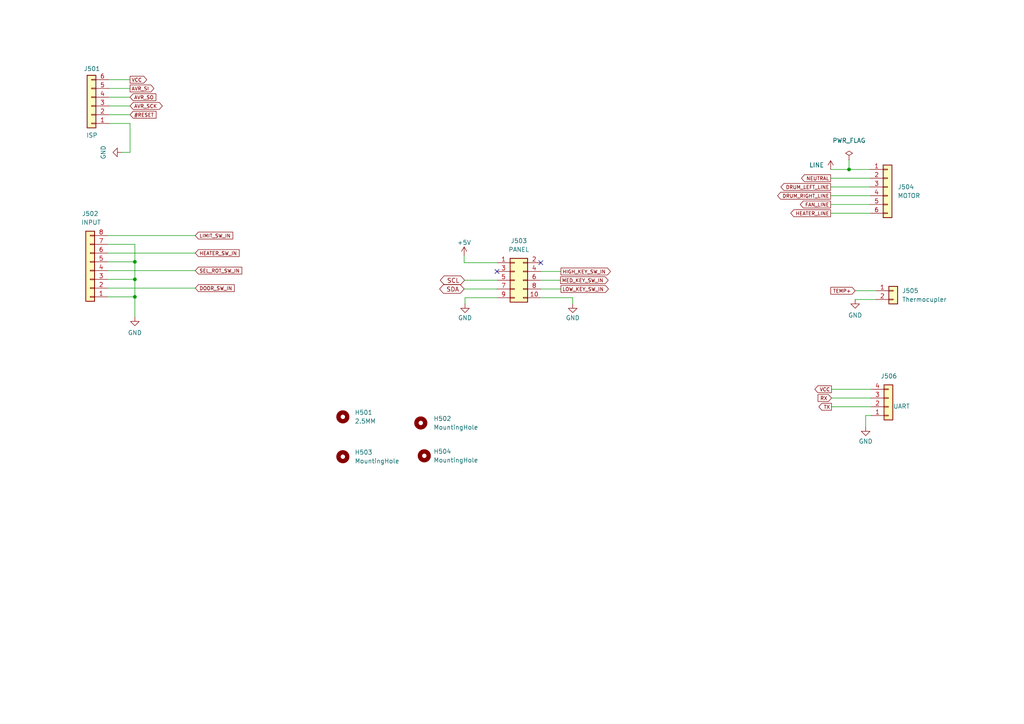
<source format=kicad_sch>
(kicad_sch (version 20211123) (generator eeschema)
  (paper "A4")
  (title_block (title "CONNECTORS") (date "2022-11-14") (rev "V1.1"))
  (lib_symbols
    (symbol "Connector_Generic:Conn_01x02" (pin_names (offset 1.016) hide)
      (property "Reference" "J" (at 0 2.54 0))
      (property "Value" "Conn_01x02" (at 0 -5.08 0))
      (symbol "Conn_01x02_1_1"
        (rectangle (start -1.27 -2.413) (end 0 -2.667) (stroke (width 0.1524)))
        (rectangle (start -1.27 0.127) (end 0 -0.127) (stroke (width 0.1524)))
        (rectangle (start -1.27 1.27) (end 1.27 -3.81) (stroke (width 0.254)) (fill (type background)))
        (pin passive line (at -5.08 0 0) (length 3.81) (name "Pin_1") (number "1"))
        (pin passive line (at -5.08 -2.54 0) (length 3.81) (name "Pin_2") (number "2"))
      )
    )
    (symbol "Connector_Generic:Conn_01x04" (pin_names (offset 1.016) hide)
      (property "Reference" "J" (at 0 5.08 0))
      (property "Value" "Conn_01x04" (at 0 -7.62 0))
      (symbol "Conn_01x04_1_1"
        (rectangle (start -1.27 -4.953) (end 0 -5.207) (stroke (width 0.1524)))
        (rectangle (start -1.27 -2.413) (end 0 -2.667) (stroke (width 0.1524)))
        (rectangle (start -1.27 0.127) (end 0 -0.127) (stroke (width 0.1524)))
        (rectangle (start -1.27 2.667) (end 0 2.413) (stroke (width 0.1524)))
        (rectangle (start -1.27 3.81) (end 1.27 -6.35) (stroke (width 0.254)) (fill (type background)))
        (pin passive line (at -5.08 2.54 0) (length 3.81) (name "Pin_1") (number "1"))
        (pin passive line (at -5.08 0 0) (length 3.81) (name "Pin_2") (number "2"))
        (pin passive line (at -5.08 -2.54 0) (length 3.81) (name "Pin_3") (number "3"))
        (pin passive line (at -5.08 -5.08 0) (length 3.81) (name "Pin_4") (number "4"))
      )
    )
    (symbol "Connector_Generic:Conn_01x06" (pin_names (offset 1.016) hide)
      (property "Reference" "J" (at 0 7.62 0))
      (property "Value" "Conn_01x06" (at 0 -10.16 0))
      (symbol "Conn_01x06_1_1"
        (rectangle (start -1.27 -7.493) (end 0 -7.747) (stroke (width 0.1524)))
        (rectangle (start -1.27 -4.953) (end 0 -5.207) (stroke (width 0.1524)))
        (rectangle (start -1.27 -2.413) (end 0 -2.667) (stroke (width 0.1524)))
        (rectangle (start -1.27 0.127) (end 0 -0.127) (stroke (width 0.1524)))
        (rectangle (start -1.27 2.667) (end 0 2.413) (stroke (width 0.1524)))
        (rectangle (start -1.27 5.207) (end 0 4.953) (stroke (width 0.1524)))
        (rectangle (start -1.27 6.35) (end 1.27 -8.89) (stroke (width 0.254)) (fill (type background)))
        (pin passive line (at -5.08 5.08 0) (length 3.81) (name "Pin_1") (number "1"))
        (pin passive line (at -5.08 2.54 0) (length 3.81) (name "Pin_2") (number "2"))
        (pin passive line (at -5.08 0 0) (length 3.81) (name "Pin_3") (number "3"))
        (pin passive line (at -5.08 -2.54 0) (length 3.81) (name "Pin_4") (number "4"))
        (pin passive line (at -5.08 -5.08 0) (length 3.81) (name "Pin_5") (number "5"))
        (pin passive line (at -5.08 -7.62 0) (length 3.81) (name "Pin_6") (number "6"))
      )
    )
    (symbol "Connector_Generic:Conn_01x08" (pin_names (offset 1.016) hide)
      (property "Reference" "J" (at 0 10.16 0))
      (property "Value" "Conn_01x08" (at 0 -12.7 0))
      (symbol "Conn_01x08_1_1"
        (rectangle (start -1.27 -10.033) (end 0 -10.287) (stroke (width 0.1524)))
        (rectangle (start -1.27 -7.493) (end 0 -7.747) (stroke (width 0.1524)))
        (rectangle (start -1.27 -4.953) (end 0 -5.207) (stroke (width 0.1524)))
        (rectangle (start -1.27 -2.413) (end 0 -2.667) (stroke (width 0.1524)))
        (rectangle (start -1.27 0.127) (end 0 -0.127) (stroke (width 0.1524)))
        (rectangle (start -1.27 2.667) (end 0 2.413) (stroke (width 0.1524)))
        (rectangle (start -1.27 5.207) (end 0 4.953) (stroke (width 0.1524)))
        (rectangle (start -1.27 7.747) (end 0 7.493) (stroke (width 0.1524)))
        (rectangle (start -1.27 8.89) (end 1.27 -11.43) (stroke (width 0.254)) (fill (type background)))
        (pin passive line (at -5.08 7.62 0) (length 3.81) (name "Pin_1") (number "1"))
        (pin passive line (at -5.08 5.08 0) (length 3.81) (name "Pin_2") (number "2"))
        (pin passive line (at -5.08 2.54 0) (length 3.81) (name "Pin_3") (number "3"))
        (pin passive line (at -5.08 0 0) (length 3.81) (name "Pin_4") (number "4"))
        (pin passive line (at -5.08 -2.54 0) (length 3.81) (name "Pin_5") (number "5"))
        (pin passive line (at -5.08 -5.08 0) (length 3.81) (name "Pin_6") (number "6"))
        (pin passive line (at -5.08 -7.62 0) (length 3.81) (name "Pin_7") (number "7"))
        (pin passive line (at -5.08 -10.16 0) (length 3.81) (name "Pin_8") (number "8"))
      )
    )
    (symbol "Connector_Generic:Conn_02x05_Odd_Even" (pin_names (offset 1.016) hide)
      (property "Reference" "J" (at 1.27 7.62 0))
      (property "Value" "Conn_02x05_Odd_Even" (at 1.27 -7.62 0))
      (symbol "Conn_02x05_Odd_Even_1_1"
        (rectangle (start -1.27 -4.953) (end 0 -5.207) (stroke (width 0.1524)))
        (rectangle (start -1.27 -2.413) (end 0 -2.667) (stroke (width 0.1524)))
        (rectangle (start -1.27 0.127) (end 0 -0.127) (stroke (width 0.1524)))
        (rectangle (start -1.27 2.667) (end 0 2.413) (stroke (width 0.1524)))
        (rectangle (start -1.27 5.207) (end 0 4.953) (stroke (width 0.1524)))
        (rectangle (start -1.27 6.35) (end 3.81 -6.35) (stroke (width 0.254)) (fill (type background)))
        (rectangle (start 3.81 -4.953) (end 2.54 -5.207) (stroke (width 0.1524)))
        (rectangle (start 3.81 -2.413) (end 2.54 -2.667) (stroke (width 0.1524)))
        (rectangle (start 3.81 0.127) (end 2.54 -0.127) (stroke (width 0.1524)))
        (rectangle (start 3.81 2.667) (end 2.54 2.413) (stroke (width 0.1524)))
        (rectangle (start 3.81 5.207) (end 2.54 4.953) (stroke (width 0.1524)))
        (pin passive line (at -5.08 5.08 0) (length 3.81) (name "Pin_1") (number "1"))
        (pin passive line (at 7.62 -5.08 180) (length 3.81) (name "Pin_10") (number "10"))
        (pin passive line (at 7.62 5.08 180) (length 3.81) (name "Pin_2") (number "2"))
        (pin passive line (at -5.08 2.54 0) (length 3.81) (name "Pin_3") (number "3"))
        (pin passive line (at 7.62 2.54 180) (length 3.81) (name "Pin_4") (number "4"))
        (pin passive line (at -5.08 0 0) (length 3.81) (name "Pin_5") (number "5"))
        (pin passive line (at 7.62 0 180) (length 3.81) (name "Pin_6") (number "6"))
        (pin passive line (at -5.08 -2.54 0) (length 3.81) (name "Pin_7") (number "7"))
        (pin passive line (at 7.62 -2.54 180) (length 3.81) (name "Pin_8") (number "8"))
        (pin passive line (at -5.08 -5.08 0) (length 3.81) (name "Pin_9") (number "9"))
      )
    )
    (symbol "Mechanical:MountingHole" (pin_names (offset 1.016))
      (property "Reference" "H" (at 0 5.08 0))
      (property "Value" "MountingHole" (at 0 3.175 0))
      (symbol "MountingHole_0_1"
        (circle (center 0 0) (radius 1.27) (stroke (width 1.27)))
      )
    )
    (symbol "power:+5V" (power) (pin_names (offset 0))
      (property "Value" "+5V" (at 0 3.556 0))
      (symbol "+5V_0_1"
        (polyline (pts (xy -0.762 1.27) (xy 0 2.54)))
        (polyline (pts (xy 0 0) (xy 0 2.54)))
        (polyline (pts (xy 0 2.54) (xy 0.762 1.27)))
      )
      (symbol "+5V_1_1"
        (pin power_in line (at 0 0 90) (length 0) hide (name "+5V") (number "1"))
      )
    )
    (symbol "power:GND" (power) (pin_names (offset 0))
      (property "Value" "GND" (at 0 -3.81 0))
      (symbol "GND_0_1"
        (polyline (pts (xy 0 0) (xy 0 -1.27) (xy 1.27 -1.27) (xy 0 -2.54) (xy -1.27 -1.27) (xy 0 -1.27)))
      )
      (symbol "GND_1_1"
        (pin power_in line (at 0 0 270) (length 0) hide (name "GND") (number "1"))
      )
    )
    (symbol "power:LINE" (power) (pin_names (offset 0))
      (property "Value" "LINE" (at 0 3.81 0))
      (symbol "LINE_0_1"
        (polyline (pts (xy -0.762 1.27) (xy 0 2.54)))
        (polyline (pts (xy 0 0) (xy 0 2.54)))
        (polyline (pts (xy 0 2.54) (xy 0.762 1.27)))
      )
      (symbol "LINE_1_1"
        (pin power_in line (at 0 0 90) (length 0) hide (name "LINE") (number "1"))
      )
    )
    (symbol "power:PWR_FLAG" (power) (pin_numbers hide) (pin_names (offset 0) hide)
      (property "Value" "PWR_FLAG" (at 0 3.81 0))
      (symbol "PWR_FLAG_0_0"
        (pin power_out line (at 0 0 90) (length 0) (name "pwr") (number "1"))
      )
      (symbol "PWR_FLAG_0_1"
        (polyline (pts (xy 0 0) (xy 0 1.27) (xy -1.016 1.905) (xy 0 2.54) (xy 1.016 1.905) (xy 0 1.27)))
      )
    )
  )
  (junction (at 39.116 75.946))
  (junction (at 246.253 49.149))
  (junction (at 39.116 81.026))
  (junction (at 39.116 86.106))
  (no_connect (at 144.145 78.74))
  (no_connect (at 156.845 76.2))
  (wire (pts (xy 156.845 81.28) (xy 162.56 81.28)))
  (wire (pts (xy 248.031 84.328) (xy 254 84.328)))
  (wire (pts (xy 37.719 25.654) (xy 31.623 25.654)))
  (wire (pts (xy 134.62 76.2) (xy 134.62 74.168)))
  (wire (pts (xy 251.079 120.523) (xy 252.603 120.523)))
  (wire (pts (xy 241.173 117.983) (xy 252.603 117.983)))
  (wire (pts (xy 37.719 23.114) (xy 31.623 23.114)))
  (wire (pts (xy 134.747 81.28) (xy 144.145 81.28)))
  (wire (pts (xy 31.242 81.026) (xy 39.116 81.026)))
  (wire (pts (xy 251.079 123.825) (xy 251.079 120.523)))
  (wire (pts (xy 31.242 83.566) (xy 56.642 83.566)))
  (wire (pts (xy 241.173 115.443) (xy 252.603 115.443)))
  (wire (pts (xy 246.253 46.355) (xy 246.253 49.149)))
  (wire (pts (xy 37.719 30.734) (xy 31.623 30.734)))
  (wire (pts (xy 37.719 35.814) (xy 37.719 44.196)))
  (wire (pts (xy 240.919 59.309) (xy 252.349 59.309)))
  (wire (pts (xy 31.242 86.106) (xy 39.116 86.106)))
  (wire (pts (xy 240.919 54.229) (xy 252.349 54.229)))
  (wire (pts (xy 31.242 78.486) (xy 56.642 78.486)))
  (wire (pts (xy 134.62 83.82) (xy 144.145 83.82)))
  (wire (pts (xy 37.719 33.274) (xy 31.623 33.274)))
  (wire (pts (xy 156.845 86.36) (xy 166.116 86.36)))
  (wire (pts (xy 37.719 35.814) (xy 31.623 35.814)))
  (wire (pts (xy 240.919 49.149) (xy 246.253 49.149)))
  (wire (pts (xy 39.116 75.946) (xy 39.116 81.026)))
  (wire (pts (xy 240.919 61.849) (xy 252.349 61.849)))
  (wire (pts (xy 39.116 86.106) (xy 39.116 91.948)))
  (wire (pts (xy 31.242 75.946) (xy 39.116 75.946)))
  (wire (pts (xy 31.242 68.326) (xy 56.642 68.326)))
  (wire (pts (xy 37.719 28.194) (xy 31.623 28.194)))
  (wire (pts (xy 39.116 81.026) (xy 39.116 86.106)))
  (wire (pts (xy 240.919 56.769) (xy 252.349 56.769)))
  (wire (pts (xy 166.116 86.36) (xy 166.116 88.138)))
  (wire (pts (xy 144.145 76.2) (xy 134.62 76.2)))
  (wire (pts (xy 31.242 70.866) (xy 39.116 70.866)))
  (wire (pts (xy 246.253 49.149) (xy 252.349 49.149)))
  (wire (pts (xy 156.845 78.74) (xy 162.687 78.74)))
  (wire (pts (xy 241.173 112.903) (xy 252.603 112.903)))
  (wire (pts (xy 156.845 83.82) (xy 162.687 83.82)))
  (wire (pts (xy 240.919 51.689) (xy 252.349 51.689)))
  (wire (pts (xy 144.145 86.36) (xy 134.874 86.36)))
  (wire (pts (xy 31.242 73.406) (xy 56.642 73.406)))
  (wire (pts (xy 37.719 44.196) (xy 35.306 44.196)))
  (wire (pts (xy 134.874 86.36) (xy 134.874 88.138)))
  (wire (pts (xy 248.031 86.868) (xy 254 86.868)))
  (wire (pts (xy 39.116 70.866) (xy 39.116 75.946)))
  (global_label "DRUM_LEFT_LINE" (shape output) (at 240.919 54.229 180) (effects (font (size 1.016 1.016))) (property "Intersheet References" "${INTERSHEET_REFS}" (effects hide)))
  (global_label "SEL_ROT_SW_IN" (shape input) (at 56.642 78.486 0) (effects (font (size 1.016 1.016))) (property "Intersheet References" "${INTERSHEET_REFS}" (effects hide)))
  (global_label "HIGH_KEY_SW_IN" (shape output) (at 162.687 78.74 0) (effects (font (size 1.016 1.016))) (property "Intersheet References" "${INTERSHEET_REFS}" (effects hide)))
  (global_label "RX" (shape input) (at 241.173 115.443 180) (effects (font (size 1.016 1.016))) (property "Intersheet References" "${INTERSHEET_REFS}" (effects hide)))
  (global_label "AVR_SCK" (shape bidirectional) (at 37.719 30.734 0) (effects (font (size 1.016 1.016))) (property "Intersheet References" "${INTERSHEET_REFS}" (effects hide)))
  (global_label "SDA" (shape bidirectional) (at 134.62 83.82 180) (property "Intersheet References" "${INTERSHEET_REFS}" (effects hide)))
  (global_label "SCL" (shape bidirectional) (at 134.747 81.28 180) (property "Intersheet References" "${INTERSHEET_REFS}" (effects hide)))
  (global_label "TEMP+" (shape input) (at 248.031 84.328 180) (effects (font (size 1.016 1.016))) (property "Intersheet References" "${INTERSHEET_REFS}" (effects hide)))
  (global_label "AVR_SI" (shape output) (at 37.719 25.654 0) (effects (font (size 1.016 1.016))) (property "Intersheet References" "${INTERSHEET_REFS}" (effects hide)))
  (global_label "DOOR_SW_IN" (shape input) (at 56.642 83.566 0) (effects (font (size 1.016 1.016))) (property "Intersheet References" "${INTERSHEET_REFS}" (effects hide)))
  (global_label "NEUTRAL" (shape output) (at 240.919 51.689 180) (effects (font (size 1.016 1.016))) (property "Intersheet References" "${INTERSHEET_REFS}" (effects hide)))
  (global_label "VCC" (shape output) (at 37.719 23.114 0) (effects (font (size 1.016 1.016))) (property "Intersheet References" "${INTERSHEET_REFS}" (effects hide)))
  (global_label "VCC" (shape output) (at 241.173 112.903 180) (effects (font (size 1.016 1.016))) (property "Intersheet References" "${INTERSHEET_REFS}" (effects hide)))
  (global_label "DRUM_RIGHT_LINE" (shape output) (at 240.919 56.769 180) (effects (font (size 1.016 1.016))) (property "Intersheet References" "${INTERSHEET_REFS}" (effects hide)))
  (global_label "LOW_KEY_SW_IN" (shape output) (at 162.687 83.82 0) (effects (font (size 1.016 1.016))) (property "Intersheet References" "${INTERSHEET_REFS}" (effects hide)))
  (global_label "AVR_SO" (shape input) (at 37.719 28.194 0) (effects (font (size 1.016 1.016))) (property "Intersheet References" "${INTERSHEET_REFS}" (effects hide)))
  (global_label "HEATER_SW_IN" (shape input) (at 56.642 73.406 0) (effects (font (size 1.016 1.016))) (property "Intersheet References" "${INTERSHEET_REFS}" (effects hide)))
  (global_label "TX" (shape output) (at 241.173 117.983 180) (effects (font (size 1.016 1.016))) (property "Intersheet References" "${INTERSHEET_REFS}" (effects hide)))
  (global_label "HEATER_LINE" (shape output) (at 240.919 61.849 180) (effects (font (size 1.016 1.016))) (property "Intersheet References" "${INTERSHEET_REFS}" (effects hide)))
  (global_label "LIMIT_SW_IN" (shape input) (at 56.642 68.326 0) (effects (font (size 1.016 1.016))) (property "Intersheet References" "${INTERSHEET_REFS}" (effects hide)))
  (global_label "#RESET" (shape input) (at 37.719 33.274 0) (effects (font (size 1.016 1.016))) (property "Intersheet References" "${INTERSHEET_REFS}" (effects hide)))
  (global_label "MED_KEY_SW_IN" (shape output) (at 162.56 81.28 0) (effects (font (size 1.016 1.016))) (property "Intersheet References" "${INTERSHEET_REFS}" (effects hide)))
  (global_label "FAN_LINE" (shape output) (at 240.919 59.309 180) (effects (font (size 1.016 1.016))) (property "Intersheet References" "${INTERSHEET_REFS}" (effects hide)))
  (symbol (lib_id "power:LINE") (at 240.919 49.149 0) (unit 1)
    (property "Reference" "#PWR041" (effects hide))
    (property "Value" "LINE" (at 236.855 47.879 0))
  )
  (symbol (lib_id "power:GND") (at 251.079 123.825 0) (unit 1)
    (property "Reference" "#PWR0101" (effects hide))
    (property "Value" "GND" (at 251.079 128.016 0))
  )
  (symbol (lib_id "power:GND") (at 166.116 88.138 0) (mirror y) (unit 1)
    (property "Reference" "#PWR040" (effects hide))
    (property "Value" "GND" (at 166.116 92.202 0))
  )
  (symbol (lib_id "Mechanical:MountingHole") (at 99.441 132.461 0) (unit 1)
    (property "Reference" "H503" (at 102.87 131.1909 0) (effects (justify left)))
    (property "Value" "MountingHole" (at 102.87 133.7309 0) (effects (justify left)))
    (property "Footprint" "MountingHole:MountingHole_2.5mm" (effects hide))
  )
  (symbol (lib_id "Mechanical:MountingHole") (at 122.047 122.682 0) (unit 1)
    (property "Reference" "H502" (at 125.73 121.4119 0) (effects (justify left)))
    (property "Value" "MountingHole" (at 125.73 123.9519 0) (effects (justify left)))
    (property "Footprint" "MountingHole:MountingHole_2.5mm" (effects hide))
  )
  (symbol (lib_id "Connector_Generic:Conn_02x05_Odd_Even") (at 149.225 81.28 0) (unit 1)
    (property "Reference" "J503" (at 150.495 69.85 0))
    (property "Value" "PANEL" (at 150.495 72.39 0))
    (property "Footprint" "Connector_IDC:IDC-Header_2x05_P2.54mm_Vertical" (effects hide))
  )
  (symbol (lib_id "Connector_Generic:Conn_01x08") (at 26.162 78.486 180) (unit 1)
    (property "Reference" "J502" (at 26.162 61.976 0))
    (property "Value" "INPUT" (at 26.416 64.516 0))
    (property "Footprint" "Connector_Stocko:Stocko_MKS_1658-6-0-808_1x8_P2.50mm_Vertical" (effects hide))
  )
  (symbol (lib_id "Connector_Generic:Conn_01x04") (at 257.683 117.983 0) (mirror x) (unit 1)
    (property "Reference" "J506" (at 257.81 109.093 0))
    (property "Value" "UART" (at 261.493 117.856 0))
    (property "Footprint" "Connector_Stocko:Stocko_MKS_1654-6-0-404_1x4_P2.50mm_Vertical" (effects hide))
  )
  (symbol (lib_id "power:+5V") (at 134.62 74.168 0) (unit 1)
    (property "Reference" "#PWR038" (effects hide))
    (property "Value" "+5V" (at 134.62 70.358 0))
  )
  (symbol (lib_id "power:GND") (at 39.116 91.948 0) (unit 1)
    (property "Reference" "#PWR037" (effects hide))
    (property "Value" "GND" (at 39.116 96.52 0))
  )
  (symbol (lib_id "power:PWR_FLAG") (at 246.253 46.355 0) (unit 1)
    (property "Reference" "#FLG03" (effects hide))
    (property "Value" "PWR_FLAG" (at 246.253 40.767 0))
  )
  (symbol (lib_id "Connector_Generic:Conn_01x06") (at 257.429 54.229 0) (unit 1)
    (property "Reference" "J504" (at 260.35 54.2289 0) (effects (justify left)))
    (property "Value" "MOTOR" (at 260.35 56.7689 0) (effects (justify left)))
    (property "Footprint" "Connector_Hirose:Hirose_DF63-6P-3.96DSA_1x06_P3.96mm_Vertical" (effects hide))
  )
  (symbol (lib_id "power:GND") (at 134.874 88.138 0) (unit 1)
    (property "Reference" "#PWR039" (effects hide))
    (property "Value" "GND" (at 134.874 92.202 0))
  )
  (symbol (lib_id "Mechanical:MountingHole") (at 99.441 120.904 0) (unit 1)
    (property "Reference" "H501" (at 102.87 119.6339 0) (effects (justify left)))
    (property "Value" "2.5MM" (at 102.87 122.1739 0) (effects (justify left)))
    (property "Footprint" "MountingHole:MountingHole_2.5mm" (effects hide))
  )
  (symbol (lib_id "Connector_Generic:Conn_01x02") (at 259.08 84.328 0) (unit 1)
    (property "Reference" "J505" (at 261.62 84.3279 0) (effects (justify left)))
    (property "Value" "Thermocupler" (at 261.62 86.8679 0) (effects (justify left)))
    (property "Footprint" "Connector_Stocko:Stocko_MKS_1652-6-0-202_1x2_P2.50mm_Vertical" (effects hide))
  )
  (symbol (lib_id "power:GND") (at 35.306 44.196 270) (mirror x) (unit 1)
    (property "Reference" "#PWR036" (effects hide))
    (property "Value" "GND" (at 29.972 44.196 0))
  )
  (symbol (lib_id "Mechanical:MountingHole") (at 123.063 132.207 0) (unit 1)
    (property "Reference" "H504" (at 125.73 130.9369 0) (effects (justify left)))
    (property "Value" "MountingHole" (at 125.73 133.4769 0) (effects (justify left)))
    (property "Footprint" "MountingHole:MountingHole_2.5mm" (effects hide))
  )
  (symbol (lib_id "power:GND") (at 248.031 86.868 0) (unit 1)
    (property "Reference" "#PWR042" (effects hide))
    (property "Value" "GND" (at 248.031 91.44 0))
  )
  (symbol (lib_id "Connector_Generic:Conn_01x06") (at 26.543 30.734 180) (unit 1)
    (property "Reference" "J501" (at 26.67 19.939 0))
    (property "Value" "ISP" (at 26.67 39.243 0))
    (property "Footprint" "Connector_Stocko:Stocko_MKS_1656-6-0-606_1x6_P2.50mm_Vertical" (effects hide))
  )
)
</source>
